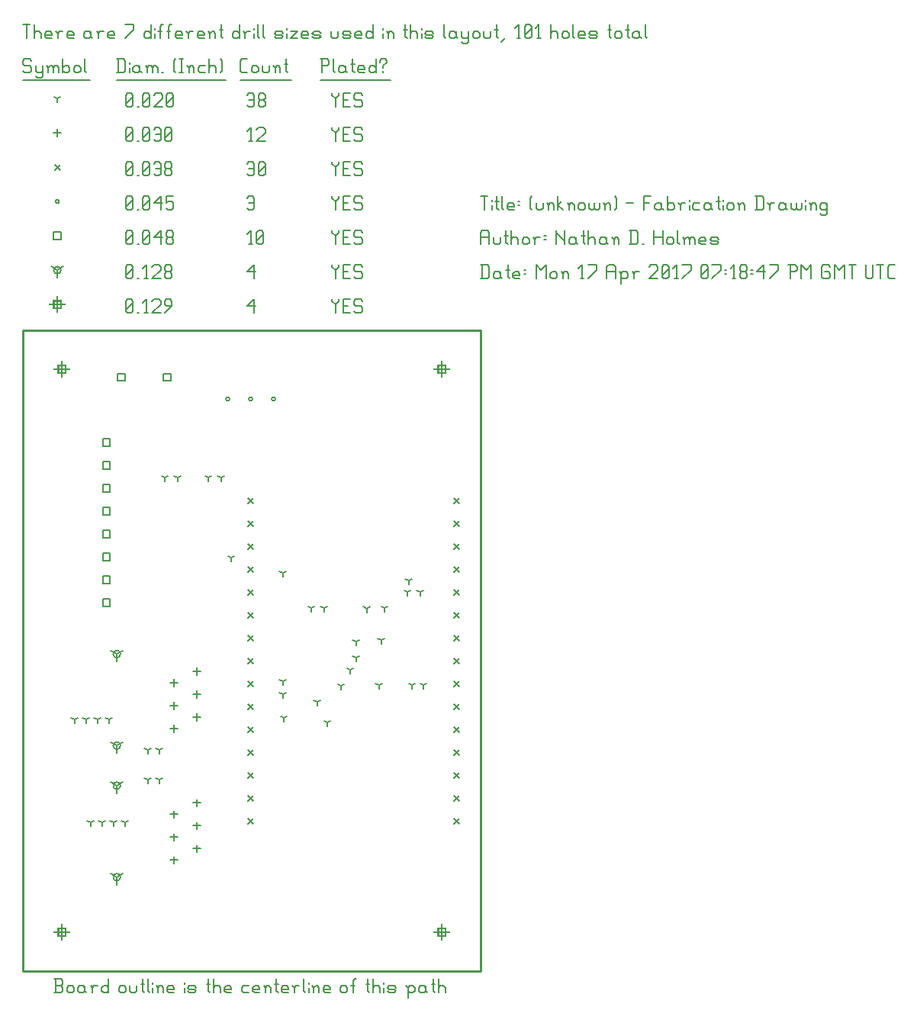
<source format=gbr>
G04 start of page 12 for group -3984 idx -3984 *
G04 Title: (unknown), fab *
G04 Creator: pcb 20140316 *
G04 CreationDate: Mon 17 Apr 2017 07:18:47 PM GMT UTC *
G04 For: ndholmes *
G04 Format: Gerber/RS-274X *
G04 PCB-Dimensions (mil): 2000.00 2800.00 *
G04 PCB-Coordinate-Origin: lower left *
%MOIN*%
%FSLAX25Y25*%
%LNFAB*%
%ADD93C,0.0100*%
%ADD92C,0.0060*%
%ADD91R,0.0080X0.0080*%
G54D91*X17000Y266200D02*Y259800D01*
X13800Y263000D02*X20200D01*
X15400Y264600D02*X18600D01*
X15400D02*Y261400D01*
X18600D01*
Y264600D02*Y261400D01*
X17000Y20200D02*Y13800D01*
X13800Y17000D02*X20200D01*
X15400Y18600D02*X18600D01*
X15400D02*Y15400D01*
X18600D01*
Y18600D02*Y15400D01*
X183000Y266200D02*Y259800D01*
X179800Y263000D02*X186200D01*
X181400Y264600D02*X184600D01*
X181400D02*Y261400D01*
X184600D01*
Y264600D02*Y261400D01*
X183000Y20200D02*Y13800D01*
X179800Y17000D02*X186200D01*
X181400Y18600D02*X184600D01*
X181400D02*Y15400D01*
X184600D01*
Y18600D02*Y15400D01*
X15000Y294450D02*Y288050D01*
X11800Y291250D02*X18200D01*
X13400Y292850D02*X16600D01*
X13400D02*Y289650D01*
X16600D01*
Y292850D02*Y289650D01*
G54D92*X135000Y293500D02*Y292750D01*
X136500Y291250D01*
X138000Y292750D01*
Y293500D02*Y292750D01*
X136500Y291250D02*Y287500D01*
X139800Y290500D02*X142050D01*
X139800Y287500D02*X142800D01*
X139800Y293500D02*Y287500D01*
Y293500D02*X142800D01*
X147600D02*X148350Y292750D01*
X145350Y293500D02*X147600D01*
X144600Y292750D02*X145350Y293500D01*
X144600Y292750D02*Y291250D01*
X145350Y290500D01*
X147600D01*
X148350Y289750D01*
Y288250D01*
X147600Y287500D02*X148350Y288250D01*
X145350Y287500D02*X147600D01*
X144600Y288250D02*X145350Y287500D01*
X98000Y290500D02*X101000Y293500D01*
X98000Y290500D02*X101750D01*
X101000Y293500D02*Y287500D01*
X45000Y288250D02*X45750Y287500D01*
X45000Y292750D02*Y288250D01*
Y292750D02*X45750Y293500D01*
X47250D01*
X48000Y292750D01*
Y288250D01*
X47250Y287500D02*X48000Y288250D01*
X45750Y287500D02*X47250D01*
X45000Y289000D02*X48000Y292000D01*
X49800Y287500D02*X50550D01*
X53100D02*X54600D01*
X53850Y293500D02*Y287500D01*
X52350Y292000D02*X53850Y293500D01*
X56400Y292750D02*X57150Y293500D01*
X59400D01*
X60150Y292750D01*
Y291250D01*
X56400Y287500D02*X60150Y291250D01*
X56400Y287500D02*X60150D01*
X61950D02*X64950Y290500D01*
Y292750D02*Y290500D01*
X64200Y293500D02*X64950Y292750D01*
X62700Y293500D02*X64200D01*
X61950Y292750D02*X62700Y293500D01*
X61950Y292750D02*Y291250D01*
X62700Y290500D01*
X64950D01*
X41000Y138500D02*Y135300D01*
Y138500D02*X43773Y140100D01*
X41000Y138500D02*X38227Y140100D01*
X39400Y138500D02*G75*G03X42600Y138500I1600J0D01*G01*
G75*G03X39400Y138500I-1600J0D01*G01*
X41000Y98500D02*Y95300D01*
Y98500D02*X43773Y100100D01*
X41000Y98500D02*X38227Y100100D01*
X39400Y98500D02*G75*G03X42600Y98500I1600J0D01*G01*
G75*G03X39400Y98500I-1600J0D01*G01*
X41000Y81000D02*Y77800D01*
Y81000D02*X43773Y82600D01*
X41000Y81000D02*X38227Y82600D01*
X39400Y81000D02*G75*G03X42600Y81000I1600J0D01*G01*
G75*G03X39400Y81000I-1600J0D01*G01*
X41000Y41000D02*Y37800D01*
Y41000D02*X43773Y42600D01*
X41000Y41000D02*X38227Y42600D01*
X39400Y41000D02*G75*G03X42600Y41000I1600J0D01*G01*
G75*G03X39400Y41000I-1600J0D01*G01*
X15000Y306250D02*Y303050D01*
Y306250D02*X17773Y307850D01*
X15000Y306250D02*X12227Y307850D01*
X13400Y306250D02*G75*G03X16600Y306250I1600J0D01*G01*
G75*G03X13400Y306250I-1600J0D01*G01*
X135000Y308500D02*Y307750D01*
X136500Y306250D01*
X138000Y307750D01*
Y308500D02*Y307750D01*
X136500Y306250D02*Y302500D01*
X139800Y305500D02*X142050D01*
X139800Y302500D02*X142800D01*
X139800Y308500D02*Y302500D01*
Y308500D02*X142800D01*
X147600D02*X148350Y307750D01*
X145350Y308500D02*X147600D01*
X144600Y307750D02*X145350Y308500D01*
X144600Y307750D02*Y306250D01*
X145350Y305500D01*
X147600D01*
X148350Y304750D01*
Y303250D01*
X147600Y302500D02*X148350Y303250D01*
X145350Y302500D02*X147600D01*
X144600Y303250D02*X145350Y302500D01*
X98000Y305500D02*X101000Y308500D01*
X98000Y305500D02*X101750D01*
X101000Y308500D02*Y302500D01*
X45000Y303250D02*X45750Y302500D01*
X45000Y307750D02*Y303250D01*
Y307750D02*X45750Y308500D01*
X47250D01*
X48000Y307750D01*
Y303250D01*
X47250Y302500D02*X48000Y303250D01*
X45750Y302500D02*X47250D01*
X45000Y304000D02*X48000Y307000D01*
X49800Y302500D02*X50550D01*
X53100D02*X54600D01*
X53850Y308500D02*Y302500D01*
X52350Y307000D02*X53850Y308500D01*
X56400Y307750D02*X57150Y308500D01*
X59400D01*
X60150Y307750D01*
Y306250D01*
X56400Y302500D02*X60150Y306250D01*
X56400Y302500D02*X60150D01*
X61950Y303250D02*X62700Y302500D01*
X61950Y304750D02*Y303250D01*
Y304750D02*X62700Y305500D01*
X64200D01*
X64950Y304750D01*
Y303250D01*
X64200Y302500D02*X64950Y303250D01*
X62700Y302500D02*X64200D01*
X61950Y306250D02*X62700Y305500D01*
X61950Y307750D02*Y306250D01*
Y307750D02*X62700Y308500D01*
X64200D01*
X64950Y307750D01*
Y306250D01*
X64200Y305500D02*X64950Y306250D01*
X61400Y261100D02*X64600D01*
X61400D02*Y257900D01*
X64600D01*
Y261100D02*Y257900D01*
X41400Y261100D02*X44600D01*
X41400D02*Y257900D01*
X44600D01*
Y261100D02*Y257900D01*
X34900Y232600D02*X38100D01*
X34900D02*Y229400D01*
X38100D01*
Y232600D02*Y229400D01*
X34900Y222600D02*X38100D01*
X34900D02*Y219400D01*
X38100D01*
Y222600D02*Y219400D01*
X34900Y212600D02*X38100D01*
X34900D02*Y209400D01*
X38100D01*
Y212600D02*Y209400D01*
X34900Y202600D02*X38100D01*
X34900D02*Y199400D01*
X38100D01*
Y202600D02*Y199400D01*
X34900Y192600D02*X38100D01*
X34900D02*Y189400D01*
X38100D01*
Y192600D02*Y189400D01*
X34900Y182600D02*X38100D01*
X34900D02*Y179400D01*
X38100D01*
Y182600D02*Y179400D01*
X34900Y172600D02*X38100D01*
X34900D02*Y169400D01*
X38100D01*
Y172600D02*Y169400D01*
X34900Y162600D02*X38100D01*
X34900D02*Y159400D01*
X38100D01*
Y162600D02*Y159400D01*
X13400Y322850D02*X16600D01*
X13400D02*Y319650D01*
X16600D01*
Y322850D02*Y319650D01*
X135000Y323500D02*Y322750D01*
X136500Y321250D01*
X138000Y322750D01*
Y323500D02*Y322750D01*
X136500Y321250D02*Y317500D01*
X139800Y320500D02*X142050D01*
X139800Y317500D02*X142800D01*
X139800Y323500D02*Y317500D01*
Y323500D02*X142800D01*
X147600D02*X148350Y322750D01*
X145350Y323500D02*X147600D01*
X144600Y322750D02*X145350Y323500D01*
X144600Y322750D02*Y321250D01*
X145350Y320500D01*
X147600D01*
X148350Y319750D01*
Y318250D01*
X147600Y317500D02*X148350Y318250D01*
X145350Y317500D02*X147600D01*
X144600Y318250D02*X145350Y317500D01*
X98750D02*X100250D01*
X99500Y323500D02*Y317500D01*
X98000Y322000D02*X99500Y323500D01*
X102050Y318250D02*X102800Y317500D01*
X102050Y322750D02*Y318250D01*
Y322750D02*X102800Y323500D01*
X104300D01*
X105050Y322750D01*
Y318250D01*
X104300Y317500D02*X105050Y318250D01*
X102800Y317500D02*X104300D01*
X102050Y319000D02*X105050Y322000D01*
X45000Y318250D02*X45750Y317500D01*
X45000Y322750D02*Y318250D01*
Y322750D02*X45750Y323500D01*
X47250D01*
X48000Y322750D01*
Y318250D01*
X47250Y317500D02*X48000Y318250D01*
X45750Y317500D02*X47250D01*
X45000Y319000D02*X48000Y322000D01*
X49800Y317500D02*X50550D01*
X52350Y318250D02*X53100Y317500D01*
X52350Y322750D02*Y318250D01*
Y322750D02*X53100Y323500D01*
X54600D01*
X55350Y322750D01*
Y318250D01*
X54600Y317500D02*X55350Y318250D01*
X53100Y317500D02*X54600D01*
X52350Y319000D02*X55350Y322000D01*
X57150Y320500D02*X60150Y323500D01*
X57150Y320500D02*X60900D01*
X60150Y323500D02*Y317500D01*
X62700Y318250D02*X63450Y317500D01*
X62700Y319750D02*Y318250D01*
Y319750D02*X63450Y320500D01*
X64950D01*
X65700Y319750D01*
Y318250D01*
X64950Y317500D02*X65700Y318250D01*
X63450Y317500D02*X64950D01*
X62700Y321250D02*X63450Y320500D01*
X62700Y322750D02*Y321250D01*
Y322750D02*X63450Y323500D01*
X64950D01*
X65700Y322750D01*
Y321250D01*
X64950Y320500D02*X65700Y321250D01*
X108700Y250000D02*G75*G03X110300Y250000I800J0D01*G01*
G75*G03X108700Y250000I-800J0D01*G01*
X98700D02*G75*G03X100300Y250000I800J0D01*G01*
G75*G03X98700Y250000I-800J0D01*G01*
X88700D02*G75*G03X90300Y250000I800J0D01*G01*
G75*G03X88700Y250000I-800J0D01*G01*
X14200Y336250D02*G75*G03X15800Y336250I800J0D01*G01*
G75*G03X14200Y336250I-800J0D01*G01*
X135000Y338500D02*Y337750D01*
X136500Y336250D01*
X138000Y337750D01*
Y338500D02*Y337750D01*
X136500Y336250D02*Y332500D01*
X139800Y335500D02*X142050D01*
X139800Y332500D02*X142800D01*
X139800Y338500D02*Y332500D01*
Y338500D02*X142800D01*
X147600D02*X148350Y337750D01*
X145350Y338500D02*X147600D01*
X144600Y337750D02*X145350Y338500D01*
X144600Y337750D02*Y336250D01*
X145350Y335500D01*
X147600D01*
X148350Y334750D01*
Y333250D01*
X147600Y332500D02*X148350Y333250D01*
X145350Y332500D02*X147600D01*
X144600Y333250D02*X145350Y332500D01*
X98000Y337750D02*X98750Y338500D01*
X100250D01*
X101000Y337750D01*
Y333250D01*
X100250Y332500D02*X101000Y333250D01*
X98750Y332500D02*X100250D01*
X98000Y333250D02*X98750Y332500D01*
Y335500D02*X101000D01*
X45000Y333250D02*X45750Y332500D01*
X45000Y337750D02*Y333250D01*
Y337750D02*X45750Y338500D01*
X47250D01*
X48000Y337750D01*
Y333250D01*
X47250Y332500D02*X48000Y333250D01*
X45750Y332500D02*X47250D01*
X45000Y334000D02*X48000Y337000D01*
X49800Y332500D02*X50550D01*
X52350Y333250D02*X53100Y332500D01*
X52350Y337750D02*Y333250D01*
Y337750D02*X53100Y338500D01*
X54600D01*
X55350Y337750D01*
Y333250D01*
X54600Y332500D02*X55350Y333250D01*
X53100Y332500D02*X54600D01*
X52350Y334000D02*X55350Y337000D01*
X57150Y335500D02*X60150Y338500D01*
X57150Y335500D02*X60900D01*
X60150Y338500D02*Y332500D01*
X62700Y338500D02*X65700D01*
X62700D02*Y335500D01*
X63450Y336250D01*
X64950D01*
X65700Y335500D01*
Y333250D01*
X64950Y332500D02*X65700Y333250D01*
X63450Y332500D02*X64950D01*
X62700Y333250D02*X63450Y332500D01*
X98300Y206700D02*X100700Y204300D01*
X98300D02*X100700Y206700D01*
X98300Y196700D02*X100700Y194300D01*
X98300D02*X100700Y196700D01*
X98300Y186700D02*X100700Y184300D01*
X98300D02*X100700Y186700D01*
X98300Y176700D02*X100700Y174300D01*
X98300D02*X100700Y176700D01*
X98300Y166700D02*X100700Y164300D01*
X98300D02*X100700Y166700D01*
X98300Y156700D02*X100700Y154300D01*
X98300D02*X100700Y156700D01*
X98300Y146700D02*X100700Y144300D01*
X98300D02*X100700Y146700D01*
X98300Y136700D02*X100700Y134300D01*
X98300D02*X100700Y136700D01*
X98300Y126700D02*X100700Y124300D01*
X98300D02*X100700Y126700D01*
X98300Y116700D02*X100700Y114300D01*
X98300D02*X100700Y116700D01*
X98300Y106700D02*X100700Y104300D01*
X98300D02*X100700Y106700D01*
X98300Y96700D02*X100700Y94300D01*
X98300D02*X100700Y96700D01*
X98300Y86700D02*X100700Y84300D01*
X98300D02*X100700Y86700D01*
X98300Y76700D02*X100700Y74300D01*
X98300D02*X100700Y76700D01*
X98300Y66700D02*X100700Y64300D01*
X98300D02*X100700Y66700D01*
X188300Y206700D02*X190700Y204300D01*
X188300D02*X190700Y206700D01*
X188300Y196700D02*X190700Y194300D01*
X188300D02*X190700Y196700D01*
X188300Y186700D02*X190700Y184300D01*
X188300D02*X190700Y186700D01*
X188300Y176700D02*X190700Y174300D01*
X188300D02*X190700Y176700D01*
X188300Y166700D02*X190700Y164300D01*
X188300D02*X190700Y166700D01*
X188300Y156700D02*X190700Y154300D01*
X188300D02*X190700Y156700D01*
X188300Y146700D02*X190700Y144300D01*
X188300D02*X190700Y146700D01*
X188300Y136700D02*X190700Y134300D01*
X188300D02*X190700Y136700D01*
X188300Y126700D02*X190700Y124300D01*
X188300D02*X190700Y126700D01*
X188300Y116700D02*X190700Y114300D01*
X188300D02*X190700Y116700D01*
X188300Y106700D02*X190700Y104300D01*
X188300D02*X190700Y106700D01*
X188300Y96700D02*X190700Y94300D01*
X188300D02*X190700Y96700D01*
X188300Y86700D02*X190700Y84300D01*
X188300D02*X190700Y86700D01*
X188300Y76700D02*X190700Y74300D01*
X188300D02*X190700Y76700D01*
X188300Y66700D02*X190700Y64300D01*
X188300D02*X190700Y66700D01*
X13800Y352450D02*X16200Y350050D01*
X13800D02*X16200Y352450D01*
X135000Y353500D02*Y352750D01*
X136500Y351250D01*
X138000Y352750D01*
Y353500D02*Y352750D01*
X136500Y351250D02*Y347500D01*
X139800Y350500D02*X142050D01*
X139800Y347500D02*X142800D01*
X139800Y353500D02*Y347500D01*
Y353500D02*X142800D01*
X147600D02*X148350Y352750D01*
X145350Y353500D02*X147600D01*
X144600Y352750D02*X145350Y353500D01*
X144600Y352750D02*Y351250D01*
X145350Y350500D01*
X147600D01*
X148350Y349750D01*
Y348250D01*
X147600Y347500D02*X148350Y348250D01*
X145350Y347500D02*X147600D01*
X144600Y348250D02*X145350Y347500D01*
X98000Y352750D02*X98750Y353500D01*
X100250D01*
X101000Y352750D01*
Y348250D01*
X100250Y347500D02*X101000Y348250D01*
X98750Y347500D02*X100250D01*
X98000Y348250D02*X98750Y347500D01*
Y350500D02*X101000D01*
X102800Y348250D02*X103550Y347500D01*
X102800Y352750D02*Y348250D01*
Y352750D02*X103550Y353500D01*
X105050D01*
X105800Y352750D01*
Y348250D01*
X105050Y347500D02*X105800Y348250D01*
X103550Y347500D02*X105050D01*
X102800Y349000D02*X105800Y352000D01*
X45000Y348250D02*X45750Y347500D01*
X45000Y352750D02*Y348250D01*
Y352750D02*X45750Y353500D01*
X47250D01*
X48000Y352750D01*
Y348250D01*
X47250Y347500D02*X48000Y348250D01*
X45750Y347500D02*X47250D01*
X45000Y349000D02*X48000Y352000D01*
X49800Y347500D02*X50550D01*
X52350Y348250D02*X53100Y347500D01*
X52350Y352750D02*Y348250D01*
Y352750D02*X53100Y353500D01*
X54600D01*
X55350Y352750D01*
Y348250D01*
X54600Y347500D02*X55350Y348250D01*
X53100Y347500D02*X54600D01*
X52350Y349000D02*X55350Y352000D01*
X57150Y352750D02*X57900Y353500D01*
X59400D01*
X60150Y352750D01*
Y348250D01*
X59400Y347500D02*X60150Y348250D01*
X57900Y347500D02*X59400D01*
X57150Y348250D02*X57900Y347500D01*
Y350500D02*X60150D01*
X61950Y348250D02*X62700Y347500D01*
X61950Y349750D02*Y348250D01*
Y349750D02*X62700Y350500D01*
X64200D01*
X64950Y349750D01*
Y348250D01*
X64200Y347500D02*X64950Y348250D01*
X62700Y347500D02*X64200D01*
X61950Y351250D02*X62700Y350500D01*
X61950Y352750D02*Y351250D01*
Y352750D02*X62700Y353500D01*
X64200D01*
X64950Y352750D01*
Y351250D01*
X64200Y350500D02*X64950Y351250D01*
X76000Y132600D02*Y129400D01*
X74400Y131000D02*X77600D01*
X66000Y127600D02*Y124400D01*
X64400Y126000D02*X67600D01*
X76000Y122600D02*Y119400D01*
X74400Y121000D02*X77600D01*
X66000Y117600D02*Y114400D01*
X64400Y116000D02*X67600D01*
X76000Y112600D02*Y109400D01*
X74400Y111000D02*X77600D01*
X66000Y107600D02*Y104400D01*
X64400Y106000D02*X67600D01*
X76000Y75100D02*Y71900D01*
X74400Y73500D02*X77600D01*
X66000Y70100D02*Y66900D01*
X64400Y68500D02*X67600D01*
X76000Y65100D02*Y61900D01*
X74400Y63500D02*X77600D01*
X66000Y60100D02*Y56900D01*
X64400Y58500D02*X67600D01*
X76000Y55100D02*Y51900D01*
X74400Y53500D02*X77600D01*
X66000Y50100D02*Y46900D01*
X64400Y48500D02*X67600D01*
X15000Y367850D02*Y364650D01*
X13400Y366250D02*X16600D01*
X135000Y368500D02*Y367750D01*
X136500Y366250D01*
X138000Y367750D01*
Y368500D02*Y367750D01*
X136500Y366250D02*Y362500D01*
X139800Y365500D02*X142050D01*
X139800Y362500D02*X142800D01*
X139800Y368500D02*Y362500D01*
Y368500D02*X142800D01*
X147600D02*X148350Y367750D01*
X145350Y368500D02*X147600D01*
X144600Y367750D02*X145350Y368500D01*
X144600Y367750D02*Y366250D01*
X145350Y365500D01*
X147600D01*
X148350Y364750D01*
Y363250D01*
X147600Y362500D02*X148350Y363250D01*
X145350Y362500D02*X147600D01*
X144600Y363250D02*X145350Y362500D01*
X98750D02*X100250D01*
X99500Y368500D02*Y362500D01*
X98000Y367000D02*X99500Y368500D01*
X102050Y367750D02*X102800Y368500D01*
X105050D01*
X105800Y367750D01*
Y366250D01*
X102050Y362500D02*X105800Y366250D01*
X102050Y362500D02*X105800D01*
X45000Y363250D02*X45750Y362500D01*
X45000Y367750D02*Y363250D01*
Y367750D02*X45750Y368500D01*
X47250D01*
X48000Y367750D01*
Y363250D01*
X47250Y362500D02*X48000Y363250D01*
X45750Y362500D02*X47250D01*
X45000Y364000D02*X48000Y367000D01*
X49800Y362500D02*X50550D01*
X52350Y363250D02*X53100Y362500D01*
X52350Y367750D02*Y363250D01*
Y367750D02*X53100Y368500D01*
X54600D01*
X55350Y367750D01*
Y363250D01*
X54600Y362500D02*X55350Y363250D01*
X53100Y362500D02*X54600D01*
X52350Y364000D02*X55350Y367000D01*
X57150Y367750D02*X57900Y368500D01*
X59400D01*
X60150Y367750D01*
Y363250D01*
X59400Y362500D02*X60150Y363250D01*
X57900Y362500D02*X59400D01*
X57150Y363250D02*X57900Y362500D01*
Y365500D02*X60150D01*
X61950Y363250D02*X62700Y362500D01*
X61950Y367750D02*Y363250D01*
Y367750D02*X62700Y368500D01*
X64200D01*
X64950Y367750D01*
Y363250D01*
X64200Y362500D02*X64950Y363250D01*
X62700Y362500D02*X64200D01*
X61950Y364000D02*X64950Y367000D01*
X168000Y165500D02*Y163900D01*
Y165500D02*X169387Y166300D01*
X168000Y165500D02*X166613Y166300D01*
X145500Y144000D02*Y142400D01*
Y144000D02*X146887Y144800D01*
X145500Y144000D02*X144113Y144800D01*
X145500Y137000D02*Y135400D01*
Y137000D02*X146887Y137800D01*
X145500Y137000D02*X144113Y137800D01*
X139000Y124500D02*Y122900D01*
Y124500D02*X140387Y125300D01*
X139000Y124500D02*X137613Y125300D01*
X155500Y125000D02*Y123400D01*
Y125000D02*X156887Y125800D01*
X155500Y125000D02*X154113Y125800D01*
X143000Y131500D02*Y129900D01*
Y131500D02*X144387Y132300D01*
X143000Y131500D02*X141613Y132300D01*
X156500Y144500D02*Y142900D01*
Y144500D02*X157887Y145300D01*
X156500Y144500D02*X155113Y145300D01*
X175000Y125000D02*Y123400D01*
Y125000D02*X176387Y125800D01*
X175000Y125000D02*X173613Y125800D01*
X170000Y125000D02*Y123400D01*
Y125000D02*X171387Y125800D01*
X170000Y125000D02*X168613Y125800D01*
X131500Y158500D02*Y156900D01*
Y158500D02*X132887Y159300D01*
X131500Y158500D02*X130113Y159300D01*
X126000Y158500D02*Y156900D01*
Y158500D02*X127387Y159300D01*
X126000Y158500D02*X124613Y159300D01*
X158000Y158500D02*Y156900D01*
Y158500D02*X159387Y159300D01*
X158000Y158500D02*X156613Y159300D01*
X150161Y158339D02*Y156739D01*
Y158339D02*X151548Y159139D01*
X150161Y158339D02*X148774Y159139D01*
X113500Y126500D02*Y124900D01*
Y126500D02*X114887Y127300D01*
X113500Y126500D02*X112113Y127300D01*
X113500Y121000D02*Y119400D01*
Y121000D02*X114887Y121800D01*
X113500Y121000D02*X112113Y121800D01*
X128500Y117500D02*Y115900D01*
Y117500D02*X129887Y118300D01*
X128500Y117500D02*X127113Y118300D01*
X114000Y110500D02*Y108900D01*
Y110500D02*X115387Y111300D01*
X114000Y110500D02*X112613Y111300D01*
X133000Y108500D02*Y106900D01*
Y108500D02*X134387Y109300D01*
X133000Y108500D02*X131613Y109300D01*
X29500Y65000D02*Y63400D01*
Y65000D02*X30887Y65800D01*
X29500Y65000D02*X28113Y65800D01*
X34500Y65000D02*Y63400D01*
Y65000D02*X35887Y65800D01*
X34500Y65000D02*X33113Y65800D01*
X39500Y65000D02*Y63400D01*
Y65000D02*X40887Y65800D01*
X39500Y65000D02*X38113Y65800D01*
X44500Y65000D02*Y63400D01*
Y65000D02*X45887Y65800D01*
X44500Y65000D02*X43113Y65800D01*
X22500Y110000D02*Y108400D01*
Y110000D02*X23887Y110800D01*
X22500Y110000D02*X21113Y110800D01*
X27500Y110000D02*Y108400D01*
Y110000D02*X28887Y110800D01*
X27500Y110000D02*X26113Y110800D01*
X32500Y110000D02*Y108400D01*
Y110000D02*X33887Y110800D01*
X32500Y110000D02*X31113Y110800D01*
X37500Y110000D02*Y108400D01*
Y110000D02*X38887Y110800D01*
X37500Y110000D02*X36113Y110800D01*
X54500Y96500D02*Y94900D01*
Y96500D02*X55887Y97300D01*
X54500Y96500D02*X53113Y97300D01*
X59500Y96500D02*Y94900D01*
Y96500D02*X60887Y97300D01*
X59500Y96500D02*X58113Y97300D01*
X54500Y83500D02*Y81900D01*
Y83500D02*X55887Y84300D01*
X54500Y83500D02*X53113Y84300D01*
X59500Y83500D02*Y81900D01*
Y83500D02*X60887Y84300D01*
X59500Y83500D02*X58113Y84300D01*
X168500Y170500D02*Y168900D01*
Y170500D02*X169887Y171300D01*
X168500Y170500D02*X167113Y171300D01*
X113500Y174000D02*Y172400D01*
Y174000D02*X114887Y174800D01*
X113500Y174000D02*X112113Y174800D01*
X91000Y180500D02*Y178900D01*
Y180500D02*X92387Y181300D01*
X91000Y180500D02*X89613Y181300D01*
X173500Y165500D02*Y163900D01*
Y165500D02*X174887Y166300D01*
X173500Y165500D02*X172113Y166300D01*
X67500Y215500D02*Y213900D01*
Y215500D02*X68887Y216300D01*
X67500Y215500D02*X66113Y216300D01*
X62000Y215500D02*Y213900D01*
Y215500D02*X63387Y216300D01*
X62000Y215500D02*X60613Y216300D01*
X86500Y215500D02*Y213900D01*
Y215500D02*X87887Y216300D01*
X86500Y215500D02*X85113Y216300D01*
X81000Y215500D02*Y213900D01*
Y215500D02*X82387Y216300D01*
X81000Y215500D02*X79613Y216300D01*
X15000Y381250D02*Y379650D01*
Y381250D02*X16387Y382050D01*
X15000Y381250D02*X13613Y382050D01*
X135000Y383500D02*Y382750D01*
X136500Y381250D01*
X138000Y382750D01*
Y383500D02*Y382750D01*
X136500Y381250D02*Y377500D01*
X139800Y380500D02*X142050D01*
X139800Y377500D02*X142800D01*
X139800Y383500D02*Y377500D01*
Y383500D02*X142800D01*
X147600D02*X148350Y382750D01*
X145350Y383500D02*X147600D01*
X144600Y382750D02*X145350Y383500D01*
X144600Y382750D02*Y381250D01*
X145350Y380500D01*
X147600D01*
X148350Y379750D01*
Y378250D01*
X147600Y377500D02*X148350Y378250D01*
X145350Y377500D02*X147600D01*
X144600Y378250D02*X145350Y377500D01*
X98000Y382750D02*X98750Y383500D01*
X100250D01*
X101000Y382750D01*
Y378250D01*
X100250Y377500D02*X101000Y378250D01*
X98750Y377500D02*X100250D01*
X98000Y378250D02*X98750Y377500D01*
Y380500D02*X101000D01*
X102800Y378250D02*X103550Y377500D01*
X102800Y379750D02*Y378250D01*
Y379750D02*X103550Y380500D01*
X105050D01*
X105800Y379750D01*
Y378250D01*
X105050Y377500D02*X105800Y378250D01*
X103550Y377500D02*X105050D01*
X102800Y381250D02*X103550Y380500D01*
X102800Y382750D02*Y381250D01*
Y382750D02*X103550Y383500D01*
X105050D01*
X105800Y382750D01*
Y381250D01*
X105050Y380500D02*X105800Y381250D01*
X45000Y378250D02*X45750Y377500D01*
X45000Y382750D02*Y378250D01*
Y382750D02*X45750Y383500D01*
X47250D01*
X48000Y382750D01*
Y378250D01*
X47250Y377500D02*X48000Y378250D01*
X45750Y377500D02*X47250D01*
X45000Y379000D02*X48000Y382000D01*
X49800Y377500D02*X50550D01*
X52350Y378250D02*X53100Y377500D01*
X52350Y382750D02*Y378250D01*
Y382750D02*X53100Y383500D01*
X54600D01*
X55350Y382750D01*
Y378250D01*
X54600Y377500D02*X55350Y378250D01*
X53100Y377500D02*X54600D01*
X52350Y379000D02*X55350Y382000D01*
X57150Y382750D02*X57900Y383500D01*
X60150D01*
X60900Y382750D01*
Y381250D01*
X57150Y377500D02*X60900Y381250D01*
X57150Y377500D02*X60900D01*
X62700Y378250D02*X63450Y377500D01*
X62700Y382750D02*Y378250D01*
Y382750D02*X63450Y383500D01*
X64950D01*
X65700Y382750D01*
Y378250D01*
X64950Y377500D02*X65700Y378250D01*
X63450Y377500D02*X64950D01*
X62700Y379000D02*X65700Y382000D01*
X3000Y398500D02*X3750Y397750D01*
X750Y398500D02*X3000D01*
X0Y397750D02*X750Y398500D01*
X0Y397750D02*Y396250D01*
X750Y395500D01*
X3000D01*
X3750Y394750D01*
Y393250D01*
X3000Y392500D02*X3750Y393250D01*
X750Y392500D02*X3000D01*
X0Y393250D02*X750Y392500D01*
X5550Y395500D02*Y393250D01*
X6300Y392500D01*
X8550Y395500D02*Y391000D01*
X7800Y390250D02*X8550Y391000D01*
X6300Y390250D02*X7800D01*
X5550Y391000D02*X6300Y390250D01*
Y392500D02*X7800D01*
X8550Y393250D01*
X11100Y394750D02*Y392500D01*
Y394750D02*X11850Y395500D01*
X12600D01*
X13350Y394750D01*
Y392500D01*
Y394750D02*X14100Y395500D01*
X14850D01*
X15600Y394750D01*
Y392500D01*
X10350Y395500D02*X11100Y394750D01*
X17400Y398500D02*Y392500D01*
Y393250D02*X18150Y392500D01*
X19650D01*
X20400Y393250D01*
Y394750D02*Y393250D01*
X19650Y395500D02*X20400Y394750D01*
X18150Y395500D02*X19650D01*
X17400Y394750D02*X18150Y395500D01*
X22200Y394750D02*Y393250D01*
Y394750D02*X22950Y395500D01*
X24450D01*
X25200Y394750D01*
Y393250D01*
X24450Y392500D02*X25200Y393250D01*
X22950Y392500D02*X24450D01*
X22200Y393250D02*X22950Y392500D01*
X27000Y398500D02*Y393250D01*
X27750Y392500D01*
X0Y389250D02*X29250D01*
X41750Y398500D02*Y392500D01*
X44000Y398500D02*X44750Y397750D01*
Y393250D01*
X44000Y392500D02*X44750Y393250D01*
X41000Y392500D02*X44000D01*
X41000Y398500D02*X44000D01*
X46550Y397000D02*Y396250D01*
Y394750D02*Y392500D01*
X50300Y395500D02*X51050Y394750D01*
X48800Y395500D02*X50300D01*
X48050Y394750D02*X48800Y395500D01*
X48050Y394750D02*Y393250D01*
X48800Y392500D01*
X51050Y395500D02*Y393250D01*
X51800Y392500D01*
X48800D02*X50300D01*
X51050Y393250D01*
X54350Y394750D02*Y392500D01*
Y394750D02*X55100Y395500D01*
X55850D01*
X56600Y394750D01*
Y392500D01*
Y394750D02*X57350Y395500D01*
X58100D01*
X58850Y394750D01*
Y392500D01*
X53600Y395500D02*X54350Y394750D01*
X60650Y392500D02*X61400D01*
X65900Y393250D02*X66650Y392500D01*
X65900Y397750D02*X66650Y398500D01*
X65900Y397750D02*Y393250D01*
X68450Y398500D02*X69950D01*
X69200D02*Y392500D01*
X68450D02*X69950D01*
X72500Y394750D02*Y392500D01*
Y394750D02*X73250Y395500D01*
X74000D01*
X74750Y394750D01*
Y392500D01*
X71750Y395500D02*X72500Y394750D01*
X77300Y395500D02*X79550D01*
X76550Y394750D02*X77300Y395500D01*
X76550Y394750D02*Y393250D01*
X77300Y392500D01*
X79550D01*
X81350Y398500D02*Y392500D01*
Y394750D02*X82100Y395500D01*
X83600D01*
X84350Y394750D01*
Y392500D01*
X86150Y398500D02*X86900Y397750D01*
Y393250D01*
X86150Y392500D02*X86900Y393250D01*
X41000Y389250D02*X88700D01*
X95750Y392500D02*X98000D01*
X95000Y393250D02*X95750Y392500D01*
X95000Y397750D02*Y393250D01*
Y397750D02*X95750Y398500D01*
X98000D01*
X99800Y394750D02*Y393250D01*
Y394750D02*X100550Y395500D01*
X102050D01*
X102800Y394750D01*
Y393250D01*
X102050Y392500D02*X102800Y393250D01*
X100550Y392500D02*X102050D01*
X99800Y393250D02*X100550Y392500D01*
X104600Y395500D02*Y393250D01*
X105350Y392500D01*
X106850D01*
X107600Y393250D01*
Y395500D02*Y393250D01*
X110150Y394750D02*Y392500D01*
Y394750D02*X110900Y395500D01*
X111650D01*
X112400Y394750D01*
Y392500D01*
X109400Y395500D02*X110150Y394750D01*
X114950Y398500D02*Y393250D01*
X115700Y392500D01*
X114200Y396250D02*X115700D01*
X95000Y389250D02*X117200D01*
X130750Y398500D02*Y392500D01*
X130000Y398500D02*X133000D01*
X133750Y397750D01*
Y396250D01*
X133000Y395500D02*X133750Y396250D01*
X130750Y395500D02*X133000D01*
X135550Y398500D02*Y393250D01*
X136300Y392500D01*
X140050Y395500D02*X140800Y394750D01*
X138550Y395500D02*X140050D01*
X137800Y394750D02*X138550Y395500D01*
X137800Y394750D02*Y393250D01*
X138550Y392500D01*
X140800Y395500D02*Y393250D01*
X141550Y392500D01*
X138550D02*X140050D01*
X140800Y393250D01*
X144100Y398500D02*Y393250D01*
X144850Y392500D01*
X143350Y396250D02*X144850D01*
X147100Y392500D02*X149350D01*
X146350Y393250D02*X147100Y392500D01*
X146350Y394750D02*Y393250D01*
Y394750D02*X147100Y395500D01*
X148600D01*
X149350Y394750D01*
X146350Y394000D02*X149350D01*
Y394750D02*Y394000D01*
X154150Y398500D02*Y392500D01*
X153400D02*X154150Y393250D01*
X151900Y392500D02*X153400D01*
X151150Y393250D02*X151900Y392500D01*
X151150Y394750D02*Y393250D01*
Y394750D02*X151900Y395500D01*
X153400D01*
X154150Y394750D01*
X157450Y395500D02*Y394750D01*
Y393250D02*Y392500D01*
X155950Y397750D02*Y397000D01*
Y397750D02*X156700Y398500D01*
X158200D01*
X158950Y397750D01*
Y397000D01*
X157450Y395500D02*X158950Y397000D01*
X130000Y389250D02*X160750D01*
X0Y413500D02*X3000D01*
X1500D02*Y407500D01*
X4800Y413500D02*Y407500D01*
Y409750D02*X5550Y410500D01*
X7050D01*
X7800Y409750D01*
Y407500D01*
X10350D02*X12600D01*
X9600Y408250D02*X10350Y407500D01*
X9600Y409750D02*Y408250D01*
Y409750D02*X10350Y410500D01*
X11850D01*
X12600Y409750D01*
X9600Y409000D02*X12600D01*
Y409750D02*Y409000D01*
X15150Y409750D02*Y407500D01*
Y409750D02*X15900Y410500D01*
X17400D01*
X14400D02*X15150Y409750D01*
X19950Y407500D02*X22200D01*
X19200Y408250D02*X19950Y407500D01*
X19200Y409750D02*Y408250D01*
Y409750D02*X19950Y410500D01*
X21450D01*
X22200Y409750D01*
X19200Y409000D02*X22200D01*
Y409750D02*Y409000D01*
X28950Y410500D02*X29700Y409750D01*
X27450Y410500D02*X28950D01*
X26700Y409750D02*X27450Y410500D01*
X26700Y409750D02*Y408250D01*
X27450Y407500D01*
X29700Y410500D02*Y408250D01*
X30450Y407500D01*
X27450D02*X28950D01*
X29700Y408250D01*
X33000Y409750D02*Y407500D01*
Y409750D02*X33750Y410500D01*
X35250D01*
X32250D02*X33000Y409750D01*
X37800Y407500D02*X40050D01*
X37050Y408250D02*X37800Y407500D01*
X37050Y409750D02*Y408250D01*
Y409750D02*X37800Y410500D01*
X39300D01*
X40050Y409750D01*
X37050Y409000D02*X40050D01*
Y409750D02*Y409000D01*
X44550Y407500D02*X48300Y411250D01*
Y413500D02*Y411250D01*
X44550Y413500D02*X48300D01*
X55800D02*Y407500D01*
X55050D02*X55800Y408250D01*
X53550Y407500D02*X55050D01*
X52800Y408250D02*X53550Y407500D01*
X52800Y409750D02*Y408250D01*
Y409750D02*X53550Y410500D01*
X55050D01*
X55800Y409750D01*
X57600Y412000D02*Y411250D01*
Y409750D02*Y407500D01*
X59850Y412750D02*Y407500D01*
Y412750D02*X60600Y413500D01*
X61350D01*
X59100Y410500D02*X60600D01*
X63600Y412750D02*Y407500D01*
Y412750D02*X64350Y413500D01*
X65100D01*
X62850Y410500D02*X64350D01*
X67350Y407500D02*X69600D01*
X66600Y408250D02*X67350Y407500D01*
X66600Y409750D02*Y408250D01*
Y409750D02*X67350Y410500D01*
X68850D01*
X69600Y409750D01*
X66600Y409000D02*X69600D01*
Y409750D02*Y409000D01*
X72150Y409750D02*Y407500D01*
Y409750D02*X72900Y410500D01*
X74400D01*
X71400D02*X72150Y409750D01*
X76950Y407500D02*X79200D01*
X76200Y408250D02*X76950Y407500D01*
X76200Y409750D02*Y408250D01*
Y409750D02*X76950Y410500D01*
X78450D01*
X79200Y409750D01*
X76200Y409000D02*X79200D01*
Y409750D02*Y409000D01*
X81750Y409750D02*Y407500D01*
Y409750D02*X82500Y410500D01*
X83250D01*
X84000Y409750D01*
Y407500D01*
X81000Y410500D02*X81750Y409750D01*
X86550Y413500D02*Y408250D01*
X87300Y407500D01*
X85800Y411250D02*X87300D01*
X94500Y413500D02*Y407500D01*
X93750D02*X94500Y408250D01*
X92250Y407500D02*X93750D01*
X91500Y408250D02*X92250Y407500D01*
X91500Y409750D02*Y408250D01*
Y409750D02*X92250Y410500D01*
X93750D01*
X94500Y409750D01*
X97050D02*Y407500D01*
Y409750D02*X97800Y410500D01*
X99300D01*
X96300D02*X97050Y409750D01*
X101100Y412000D02*Y411250D01*
Y409750D02*Y407500D01*
X102600Y413500D02*Y408250D01*
X103350Y407500D01*
X104850Y413500D02*Y408250D01*
X105600Y407500D01*
X110550D02*X112800D01*
X113550Y408250D01*
X112800Y409000D02*X113550Y408250D01*
X110550Y409000D02*X112800D01*
X109800Y409750D02*X110550Y409000D01*
X109800Y409750D02*X110550Y410500D01*
X112800D01*
X113550Y409750D01*
X109800Y408250D02*X110550Y407500D01*
X115350Y412000D02*Y411250D01*
Y409750D02*Y407500D01*
X116850Y410500D02*X119850D01*
X116850Y407500D02*X119850Y410500D01*
X116850Y407500D02*X119850D01*
X122400D02*X124650D01*
X121650Y408250D02*X122400Y407500D01*
X121650Y409750D02*Y408250D01*
Y409750D02*X122400Y410500D01*
X123900D01*
X124650Y409750D01*
X121650Y409000D02*X124650D01*
Y409750D02*Y409000D01*
X127200Y407500D02*X129450D01*
X130200Y408250D01*
X129450Y409000D02*X130200Y408250D01*
X127200Y409000D02*X129450D01*
X126450Y409750D02*X127200Y409000D01*
X126450Y409750D02*X127200Y410500D01*
X129450D01*
X130200Y409750D01*
X126450Y408250D02*X127200Y407500D01*
X134700Y410500D02*Y408250D01*
X135450Y407500D01*
X136950D01*
X137700Y408250D01*
Y410500D02*Y408250D01*
X140250Y407500D02*X142500D01*
X143250Y408250D01*
X142500Y409000D02*X143250Y408250D01*
X140250Y409000D02*X142500D01*
X139500Y409750D02*X140250Y409000D01*
X139500Y409750D02*X140250Y410500D01*
X142500D01*
X143250Y409750D01*
X139500Y408250D02*X140250Y407500D01*
X145800D02*X148050D01*
X145050Y408250D02*X145800Y407500D01*
X145050Y409750D02*Y408250D01*
Y409750D02*X145800Y410500D01*
X147300D01*
X148050Y409750D01*
X145050Y409000D02*X148050D01*
Y409750D02*Y409000D01*
X152850Y413500D02*Y407500D01*
X152100D02*X152850Y408250D01*
X150600Y407500D02*X152100D01*
X149850Y408250D02*X150600Y407500D01*
X149850Y409750D02*Y408250D01*
Y409750D02*X150600Y410500D01*
X152100D01*
X152850Y409750D01*
X157350Y412000D02*Y411250D01*
Y409750D02*Y407500D01*
X159600Y409750D02*Y407500D01*
Y409750D02*X160350Y410500D01*
X161100D01*
X161850Y409750D01*
Y407500D01*
X158850Y410500D02*X159600Y409750D01*
X167100Y413500D02*Y408250D01*
X167850Y407500D01*
X166350Y411250D02*X167850D01*
X169350Y413500D02*Y407500D01*
Y409750D02*X170100Y410500D01*
X171600D01*
X172350Y409750D01*
Y407500D01*
X174150Y412000D02*Y411250D01*
Y409750D02*Y407500D01*
X176400D02*X178650D01*
X179400Y408250D01*
X178650Y409000D02*X179400Y408250D01*
X176400Y409000D02*X178650D01*
X175650Y409750D02*X176400Y409000D01*
X175650Y409750D02*X176400Y410500D01*
X178650D01*
X179400Y409750D01*
X175650Y408250D02*X176400Y407500D01*
X183900Y413500D02*Y408250D01*
X184650Y407500D01*
X188400Y410500D02*X189150Y409750D01*
X186900Y410500D02*X188400D01*
X186150Y409750D02*X186900Y410500D01*
X186150Y409750D02*Y408250D01*
X186900Y407500D01*
X189150Y410500D02*Y408250D01*
X189900Y407500D01*
X186900D02*X188400D01*
X189150Y408250D01*
X191700Y410500D02*Y408250D01*
X192450Y407500D01*
X194700Y410500D02*Y406000D01*
X193950Y405250D02*X194700Y406000D01*
X192450Y405250D02*X193950D01*
X191700Y406000D02*X192450Y405250D01*
Y407500D02*X193950D01*
X194700Y408250D01*
X196500Y409750D02*Y408250D01*
Y409750D02*X197250Y410500D01*
X198750D01*
X199500Y409750D01*
Y408250D01*
X198750Y407500D02*X199500Y408250D01*
X197250Y407500D02*X198750D01*
X196500Y408250D02*X197250Y407500D01*
X201300Y410500D02*Y408250D01*
X202050Y407500D01*
X203550D01*
X204300Y408250D01*
Y410500D02*Y408250D01*
X206850Y413500D02*Y408250D01*
X207600Y407500D01*
X206100Y411250D02*X207600D01*
X209100Y406000D02*X210600Y407500D01*
X215850D02*X217350D01*
X216600Y413500D02*Y407500D01*
X215100Y412000D02*X216600Y413500D01*
X219150Y408250D02*X219900Y407500D01*
X219150Y412750D02*Y408250D01*
Y412750D02*X219900Y413500D01*
X221400D01*
X222150Y412750D01*
Y408250D01*
X221400Y407500D02*X222150Y408250D01*
X219900Y407500D02*X221400D01*
X219150Y409000D02*X222150Y412000D01*
X224700Y407500D02*X226200D01*
X225450Y413500D02*Y407500D01*
X223950Y412000D02*X225450Y413500D01*
X230700D02*Y407500D01*
Y409750D02*X231450Y410500D01*
X232950D01*
X233700Y409750D01*
Y407500D01*
X235500Y409750D02*Y408250D01*
Y409750D02*X236250Y410500D01*
X237750D01*
X238500Y409750D01*
Y408250D01*
X237750Y407500D02*X238500Y408250D01*
X236250Y407500D02*X237750D01*
X235500Y408250D02*X236250Y407500D01*
X240300Y413500D02*Y408250D01*
X241050Y407500D01*
X243300D02*X245550D01*
X242550Y408250D02*X243300Y407500D01*
X242550Y409750D02*Y408250D01*
Y409750D02*X243300Y410500D01*
X244800D01*
X245550Y409750D01*
X242550Y409000D02*X245550D01*
Y409750D02*Y409000D01*
X248100Y407500D02*X250350D01*
X251100Y408250D01*
X250350Y409000D02*X251100Y408250D01*
X248100Y409000D02*X250350D01*
X247350Y409750D02*X248100Y409000D01*
X247350Y409750D02*X248100Y410500D01*
X250350D01*
X251100Y409750D01*
X247350Y408250D02*X248100Y407500D01*
X256350Y413500D02*Y408250D01*
X257100Y407500D01*
X255600Y411250D02*X257100D01*
X258600Y409750D02*Y408250D01*
Y409750D02*X259350Y410500D01*
X260850D01*
X261600Y409750D01*
Y408250D01*
X260850Y407500D02*X261600Y408250D01*
X259350Y407500D02*X260850D01*
X258600Y408250D02*X259350Y407500D01*
X264150Y413500D02*Y408250D01*
X264900Y407500D01*
X263400Y411250D02*X264900D01*
X268650Y410500D02*X269400Y409750D01*
X267150Y410500D02*X268650D01*
X266400Y409750D02*X267150Y410500D01*
X266400Y409750D02*Y408250D01*
X267150Y407500D01*
X269400Y410500D02*Y408250D01*
X270150Y407500D01*
X267150D02*X268650D01*
X269400Y408250D01*
X271950Y413500D02*Y408250D01*
X272700Y407500D01*
G54D93*X0Y280000D02*X200000D01*
Y0D01*
X0D01*
Y280000D01*
G54D92*X13675Y-9500D02*X16675D01*
X17425Y-8750D01*
Y-7250D02*Y-8750D01*
X16675Y-6500D02*X17425Y-7250D01*
X14425Y-6500D02*X16675D01*
X14425Y-3500D02*Y-9500D01*
X13675Y-3500D02*X16675D01*
X17425Y-4250D01*
Y-5750D01*
X16675Y-6500D02*X17425Y-5750D01*
X19225Y-7250D02*Y-8750D01*
Y-7250D02*X19975Y-6500D01*
X21475D01*
X22225Y-7250D01*
Y-8750D01*
X21475Y-9500D02*X22225Y-8750D01*
X19975Y-9500D02*X21475D01*
X19225Y-8750D02*X19975Y-9500D01*
X26275Y-6500D02*X27025Y-7250D01*
X24775Y-6500D02*X26275D01*
X24025Y-7250D02*X24775Y-6500D01*
X24025Y-7250D02*Y-8750D01*
X24775Y-9500D01*
X27025Y-6500D02*Y-8750D01*
X27775Y-9500D01*
X24775D02*X26275D01*
X27025Y-8750D01*
X30325Y-7250D02*Y-9500D01*
Y-7250D02*X31075Y-6500D01*
X32575D01*
X29575D02*X30325Y-7250D01*
X37375Y-3500D02*Y-9500D01*
X36625D02*X37375Y-8750D01*
X35125Y-9500D02*X36625D01*
X34375Y-8750D02*X35125Y-9500D01*
X34375Y-7250D02*Y-8750D01*
Y-7250D02*X35125Y-6500D01*
X36625D01*
X37375Y-7250D01*
X41875D02*Y-8750D01*
Y-7250D02*X42625Y-6500D01*
X44125D01*
X44875Y-7250D01*
Y-8750D01*
X44125Y-9500D02*X44875Y-8750D01*
X42625Y-9500D02*X44125D01*
X41875Y-8750D02*X42625Y-9500D01*
X46675Y-6500D02*Y-8750D01*
X47425Y-9500D01*
X48925D01*
X49675Y-8750D01*
Y-6500D02*Y-8750D01*
X52225Y-3500D02*Y-8750D01*
X52975Y-9500D01*
X51475Y-5750D02*X52975D01*
X54475Y-3500D02*Y-8750D01*
X55225Y-9500D01*
X56725Y-5000D02*Y-5750D01*
Y-7250D02*Y-9500D01*
X58975Y-7250D02*Y-9500D01*
Y-7250D02*X59725Y-6500D01*
X60475D01*
X61225Y-7250D01*
Y-9500D01*
X58225Y-6500D02*X58975Y-7250D01*
X63775Y-9500D02*X66025D01*
X63025Y-8750D02*X63775Y-9500D01*
X63025Y-7250D02*Y-8750D01*
Y-7250D02*X63775Y-6500D01*
X65275D01*
X66025Y-7250D01*
X63025Y-8000D02*X66025D01*
Y-7250D02*Y-8000D01*
X70525Y-5000D02*Y-5750D01*
Y-7250D02*Y-9500D01*
X72775D02*X75025D01*
X75775Y-8750D01*
X75025Y-8000D02*X75775Y-8750D01*
X72775Y-8000D02*X75025D01*
X72025Y-7250D02*X72775Y-8000D01*
X72025Y-7250D02*X72775Y-6500D01*
X75025D01*
X75775Y-7250D01*
X72025Y-8750D02*X72775Y-9500D01*
X81025Y-3500D02*Y-8750D01*
X81775Y-9500D01*
X80275Y-5750D02*X81775D01*
X83275Y-3500D02*Y-9500D01*
Y-7250D02*X84025Y-6500D01*
X85525D01*
X86275Y-7250D01*
Y-9500D01*
X88825D02*X91075D01*
X88075Y-8750D02*X88825Y-9500D01*
X88075Y-7250D02*Y-8750D01*
Y-7250D02*X88825Y-6500D01*
X90325D01*
X91075Y-7250D01*
X88075Y-8000D02*X91075D01*
Y-7250D02*Y-8000D01*
X96325Y-6500D02*X98575D01*
X95575Y-7250D02*X96325Y-6500D01*
X95575Y-7250D02*Y-8750D01*
X96325Y-9500D01*
X98575D01*
X101125D02*X103375D01*
X100375Y-8750D02*X101125Y-9500D01*
X100375Y-7250D02*Y-8750D01*
Y-7250D02*X101125Y-6500D01*
X102625D01*
X103375Y-7250D01*
X100375Y-8000D02*X103375D01*
Y-7250D02*Y-8000D01*
X105925Y-7250D02*Y-9500D01*
Y-7250D02*X106675Y-6500D01*
X107425D01*
X108175Y-7250D01*
Y-9500D01*
X105175Y-6500D02*X105925Y-7250D01*
X110725Y-3500D02*Y-8750D01*
X111475Y-9500D01*
X109975Y-5750D02*X111475D01*
X113725Y-9500D02*X115975D01*
X112975Y-8750D02*X113725Y-9500D01*
X112975Y-7250D02*Y-8750D01*
Y-7250D02*X113725Y-6500D01*
X115225D01*
X115975Y-7250D01*
X112975Y-8000D02*X115975D01*
Y-7250D02*Y-8000D01*
X118525Y-7250D02*Y-9500D01*
Y-7250D02*X119275Y-6500D01*
X120775D01*
X117775D02*X118525Y-7250D01*
X122575Y-3500D02*Y-8750D01*
X123325Y-9500D01*
X124825Y-5000D02*Y-5750D01*
Y-7250D02*Y-9500D01*
X127075Y-7250D02*Y-9500D01*
Y-7250D02*X127825Y-6500D01*
X128575D01*
X129325Y-7250D01*
Y-9500D01*
X126325Y-6500D02*X127075Y-7250D01*
X131875Y-9500D02*X134125D01*
X131125Y-8750D02*X131875Y-9500D01*
X131125Y-7250D02*Y-8750D01*
Y-7250D02*X131875Y-6500D01*
X133375D01*
X134125Y-7250D01*
X131125Y-8000D02*X134125D01*
Y-7250D02*Y-8000D01*
X138625Y-7250D02*Y-8750D01*
Y-7250D02*X139375Y-6500D01*
X140875D01*
X141625Y-7250D01*
Y-8750D01*
X140875Y-9500D02*X141625Y-8750D01*
X139375Y-9500D02*X140875D01*
X138625Y-8750D02*X139375Y-9500D01*
X144175Y-4250D02*Y-9500D01*
Y-4250D02*X144925Y-3500D01*
X145675D01*
X143425Y-6500D02*X144925D01*
X150625Y-3500D02*Y-8750D01*
X151375Y-9500D01*
X149875Y-5750D02*X151375D01*
X152875Y-3500D02*Y-9500D01*
Y-7250D02*X153625Y-6500D01*
X155125D01*
X155875Y-7250D01*
Y-9500D01*
X157675Y-5000D02*Y-5750D01*
Y-7250D02*Y-9500D01*
X159925D02*X162175D01*
X162925Y-8750D01*
X162175Y-8000D02*X162925Y-8750D01*
X159925Y-8000D02*X162175D01*
X159175Y-7250D02*X159925Y-8000D01*
X159175Y-7250D02*X159925Y-6500D01*
X162175D01*
X162925Y-7250D01*
X159175Y-8750D02*X159925Y-9500D01*
X168175Y-7250D02*Y-11750D01*
X167425Y-6500D02*X168175Y-7250D01*
X168925Y-6500D01*
X170425D01*
X171175Y-7250D01*
Y-8750D01*
X170425Y-9500D02*X171175Y-8750D01*
X168925Y-9500D02*X170425D01*
X168175Y-8750D02*X168925Y-9500D01*
X175225Y-6500D02*X175975Y-7250D01*
X173725Y-6500D02*X175225D01*
X172975Y-7250D02*X173725Y-6500D01*
X172975Y-7250D02*Y-8750D01*
X173725Y-9500D01*
X175975Y-6500D02*Y-8750D01*
X176725Y-9500D01*
X173725D02*X175225D01*
X175975Y-8750D01*
X179275Y-3500D02*Y-8750D01*
X180025Y-9500D01*
X178525Y-5750D02*X180025D01*
X181525Y-3500D02*Y-9500D01*
Y-7250D02*X182275Y-6500D01*
X183775D01*
X184525Y-7250D01*
Y-9500D01*
X200750Y308500D02*Y302500D01*
X203000Y308500D02*X203750Y307750D01*
Y303250D01*
X203000Y302500D02*X203750Y303250D01*
X200000Y302500D02*X203000D01*
X200000Y308500D02*X203000D01*
X207800Y305500D02*X208550Y304750D01*
X206300Y305500D02*X207800D01*
X205550Y304750D02*X206300Y305500D01*
X205550Y304750D02*Y303250D01*
X206300Y302500D01*
X208550Y305500D02*Y303250D01*
X209300Y302500D01*
X206300D02*X207800D01*
X208550Y303250D01*
X211850Y308500D02*Y303250D01*
X212600Y302500D01*
X211100Y306250D02*X212600D01*
X214850Y302500D02*X217100D01*
X214100Y303250D02*X214850Y302500D01*
X214100Y304750D02*Y303250D01*
Y304750D02*X214850Y305500D01*
X216350D01*
X217100Y304750D01*
X214100Y304000D02*X217100D01*
Y304750D02*Y304000D01*
X218900Y306250D02*X219650D01*
X218900Y304750D02*X219650D01*
X224150Y308500D02*Y302500D01*
Y308500D02*X226400Y306250D01*
X228650Y308500D01*
Y302500D01*
X230450Y304750D02*Y303250D01*
Y304750D02*X231200Y305500D01*
X232700D01*
X233450Y304750D01*
Y303250D01*
X232700Y302500D02*X233450Y303250D01*
X231200Y302500D02*X232700D01*
X230450Y303250D02*X231200Y302500D01*
X236000Y304750D02*Y302500D01*
Y304750D02*X236750Y305500D01*
X237500D01*
X238250Y304750D01*
Y302500D01*
X235250Y305500D02*X236000Y304750D01*
X243500Y302500D02*X245000D01*
X244250Y308500D02*Y302500D01*
X242750Y307000D02*X244250Y308500D01*
X246800Y302500D02*X250550Y306250D01*
Y308500D02*Y306250D01*
X246800Y308500D02*X250550D01*
X255050Y307750D02*Y302500D01*
Y307750D02*X255800Y308500D01*
X258050D01*
X258800Y307750D01*
Y302500D01*
X255050Y305500D02*X258800D01*
X261350Y304750D02*Y300250D01*
X260600Y305500D02*X261350Y304750D01*
X262100Y305500D01*
X263600D01*
X264350Y304750D01*
Y303250D01*
X263600Y302500D02*X264350Y303250D01*
X262100Y302500D02*X263600D01*
X261350Y303250D02*X262100Y302500D01*
X266900Y304750D02*Y302500D01*
Y304750D02*X267650Y305500D01*
X269150D01*
X266150D02*X266900Y304750D01*
X273650Y307750D02*X274400Y308500D01*
X276650D01*
X277400Y307750D01*
Y306250D01*
X273650Y302500D02*X277400Y306250D01*
X273650Y302500D02*X277400D01*
X279200Y303250D02*X279950Y302500D01*
X279200Y307750D02*Y303250D01*
Y307750D02*X279950Y308500D01*
X281450D01*
X282200Y307750D01*
Y303250D01*
X281450Y302500D02*X282200Y303250D01*
X279950Y302500D02*X281450D01*
X279200Y304000D02*X282200Y307000D01*
X284750Y302500D02*X286250D01*
X285500Y308500D02*Y302500D01*
X284000Y307000D02*X285500Y308500D01*
X288050Y302500D02*X291800Y306250D01*
Y308500D02*Y306250D01*
X288050Y308500D02*X291800D01*
X296300Y303250D02*X297050Y302500D01*
X296300Y307750D02*Y303250D01*
Y307750D02*X297050Y308500D01*
X298550D01*
X299300Y307750D01*
Y303250D01*
X298550Y302500D02*X299300Y303250D01*
X297050Y302500D02*X298550D01*
X296300Y304000D02*X299300Y307000D01*
X301100Y302500D02*X304850Y306250D01*
Y308500D02*Y306250D01*
X301100Y308500D02*X304850D01*
X306650Y306250D02*X307400D01*
X306650Y304750D02*X307400D01*
X309950Y302500D02*X311450D01*
X310700Y308500D02*Y302500D01*
X309200Y307000D02*X310700Y308500D01*
X313250Y303250D02*X314000Y302500D01*
X313250Y304750D02*Y303250D01*
Y304750D02*X314000Y305500D01*
X315500D01*
X316250Y304750D01*
Y303250D01*
X315500Y302500D02*X316250Y303250D01*
X314000Y302500D02*X315500D01*
X313250Y306250D02*X314000Y305500D01*
X313250Y307750D02*Y306250D01*
Y307750D02*X314000Y308500D01*
X315500D01*
X316250Y307750D01*
Y306250D01*
X315500Y305500D02*X316250Y306250D01*
X318050D02*X318800D01*
X318050Y304750D02*X318800D01*
X320600Y305500D02*X323600Y308500D01*
X320600Y305500D02*X324350D01*
X323600Y308500D02*Y302500D01*
X326150D02*X329900Y306250D01*
Y308500D02*Y306250D01*
X326150Y308500D02*X329900D01*
X335150D02*Y302500D01*
X334400Y308500D02*X337400D01*
X338150Y307750D01*
Y306250D01*
X337400Y305500D02*X338150Y306250D01*
X335150Y305500D02*X337400D01*
X339950Y308500D02*Y302500D01*
Y308500D02*X342200Y306250D01*
X344450Y308500D01*
Y302500D01*
X351950Y308500D02*X352700Y307750D01*
X349700Y308500D02*X351950D01*
X348950Y307750D02*X349700Y308500D01*
X348950Y307750D02*Y303250D01*
X349700Y302500D01*
X351950D01*
X352700Y303250D01*
Y304750D02*Y303250D01*
X351950Y305500D02*X352700Y304750D01*
X350450Y305500D02*X351950D01*
X354500Y308500D02*Y302500D01*
Y308500D02*X356750Y306250D01*
X359000Y308500D01*
Y302500D01*
X360800Y308500D02*X363800D01*
X362300D02*Y302500D01*
X368300Y308500D02*Y303250D01*
X369050Y302500D01*
X370550D01*
X371300Y303250D01*
Y308500D02*Y303250D01*
X373100Y308500D02*X376100D01*
X374600D02*Y302500D01*
X378650D02*X380900D01*
X377900Y303250D02*X378650Y302500D01*
X377900Y307750D02*Y303250D01*
Y307750D02*X378650Y308500D01*
X380900D01*
X200000Y322750D02*Y317500D01*
Y322750D02*X200750Y323500D01*
X203000D01*
X203750Y322750D01*
Y317500D01*
X200000Y320500D02*X203750D01*
X205550D02*Y318250D01*
X206300Y317500D01*
X207800D01*
X208550Y318250D01*
Y320500D02*Y318250D01*
X211100Y323500D02*Y318250D01*
X211850Y317500D01*
X210350Y321250D02*X211850D01*
X213350Y323500D02*Y317500D01*
Y319750D02*X214100Y320500D01*
X215600D01*
X216350Y319750D01*
Y317500D01*
X218150Y319750D02*Y318250D01*
Y319750D02*X218900Y320500D01*
X220400D01*
X221150Y319750D01*
Y318250D01*
X220400Y317500D02*X221150Y318250D01*
X218900Y317500D02*X220400D01*
X218150Y318250D02*X218900Y317500D01*
X223700Y319750D02*Y317500D01*
Y319750D02*X224450Y320500D01*
X225950D01*
X222950D02*X223700Y319750D01*
X227750Y321250D02*X228500D01*
X227750Y319750D02*X228500D01*
X233000Y323500D02*Y317500D01*
Y323500D02*Y322750D01*
X236750Y319000D01*
Y323500D02*Y317500D01*
X240800Y320500D02*X241550Y319750D01*
X239300Y320500D02*X240800D01*
X238550Y319750D02*X239300Y320500D01*
X238550Y319750D02*Y318250D01*
X239300Y317500D01*
X241550Y320500D02*Y318250D01*
X242300Y317500D01*
X239300D02*X240800D01*
X241550Y318250D01*
X244850Y323500D02*Y318250D01*
X245600Y317500D01*
X244100Y321250D02*X245600D01*
X247100Y323500D02*Y317500D01*
Y319750D02*X247850Y320500D01*
X249350D01*
X250100Y319750D01*
Y317500D01*
X254150Y320500D02*X254900Y319750D01*
X252650Y320500D02*X254150D01*
X251900Y319750D02*X252650Y320500D01*
X251900Y319750D02*Y318250D01*
X252650Y317500D01*
X254900Y320500D02*Y318250D01*
X255650Y317500D01*
X252650D02*X254150D01*
X254900Y318250D01*
X258200Y319750D02*Y317500D01*
Y319750D02*X258950Y320500D01*
X259700D01*
X260450Y319750D01*
Y317500D01*
X257450Y320500D02*X258200Y319750D01*
X265700Y323500D02*Y317500D01*
X267950Y323500D02*X268700Y322750D01*
Y318250D01*
X267950Y317500D02*X268700Y318250D01*
X264950Y317500D02*X267950D01*
X264950Y323500D02*X267950D01*
X270500Y317500D02*X271250D01*
X275750Y323500D02*Y317500D01*
X279500Y323500D02*Y317500D01*
X275750Y320500D02*X279500D01*
X281300Y319750D02*Y318250D01*
Y319750D02*X282050Y320500D01*
X283550D01*
X284300Y319750D01*
Y318250D01*
X283550Y317500D02*X284300Y318250D01*
X282050Y317500D02*X283550D01*
X281300Y318250D02*X282050Y317500D01*
X286100Y323500D02*Y318250D01*
X286850Y317500D01*
X289100Y319750D02*Y317500D01*
Y319750D02*X289850Y320500D01*
X290600D01*
X291350Y319750D01*
Y317500D01*
Y319750D02*X292100Y320500D01*
X292850D01*
X293600Y319750D01*
Y317500D01*
X288350Y320500D02*X289100Y319750D01*
X296150Y317500D02*X298400D01*
X295400Y318250D02*X296150Y317500D01*
X295400Y319750D02*Y318250D01*
Y319750D02*X296150Y320500D01*
X297650D01*
X298400Y319750D01*
X295400Y319000D02*X298400D01*
Y319750D02*Y319000D01*
X300950Y317500D02*X303200D01*
X303950Y318250D01*
X303200Y319000D02*X303950Y318250D01*
X300950Y319000D02*X303200D01*
X300200Y319750D02*X300950Y319000D01*
X300200Y319750D02*X300950Y320500D01*
X303200D01*
X303950Y319750D01*
X300200Y318250D02*X300950Y317500D01*
X200000Y338500D02*X203000D01*
X201500D02*Y332500D01*
X204800Y337000D02*Y336250D01*
Y334750D02*Y332500D01*
X207050Y338500D02*Y333250D01*
X207800Y332500D01*
X206300Y336250D02*X207800D01*
X209300Y338500D02*Y333250D01*
X210050Y332500D01*
X212300D02*X214550D01*
X211550Y333250D02*X212300Y332500D01*
X211550Y334750D02*Y333250D01*
Y334750D02*X212300Y335500D01*
X213800D01*
X214550Y334750D01*
X211550Y334000D02*X214550D01*
Y334750D02*Y334000D01*
X216350Y336250D02*X217100D01*
X216350Y334750D02*X217100D01*
X221600Y333250D02*X222350Y332500D01*
X221600Y337750D02*X222350Y338500D01*
X221600Y337750D02*Y333250D01*
X224150Y335500D02*Y333250D01*
X224900Y332500D01*
X226400D01*
X227150Y333250D01*
Y335500D02*Y333250D01*
X229700Y334750D02*Y332500D01*
Y334750D02*X230450Y335500D01*
X231200D01*
X231950Y334750D01*
Y332500D01*
X228950Y335500D02*X229700Y334750D01*
X233750Y338500D02*Y332500D01*
Y334750D02*X236000Y332500D01*
X233750Y334750D02*X235250Y336250D01*
X238550Y334750D02*Y332500D01*
Y334750D02*X239300Y335500D01*
X240050D01*
X240800Y334750D01*
Y332500D01*
X237800Y335500D02*X238550Y334750D01*
X242600D02*Y333250D01*
Y334750D02*X243350Y335500D01*
X244850D01*
X245600Y334750D01*
Y333250D01*
X244850Y332500D02*X245600Y333250D01*
X243350Y332500D02*X244850D01*
X242600Y333250D02*X243350Y332500D01*
X247400Y335500D02*Y333250D01*
X248150Y332500D01*
X248900D01*
X249650Y333250D01*
Y335500D02*Y333250D01*
X250400Y332500D01*
X251150D01*
X251900Y333250D01*
Y335500D02*Y333250D01*
X254450Y334750D02*Y332500D01*
Y334750D02*X255200Y335500D01*
X255950D01*
X256700Y334750D01*
Y332500D01*
X253700Y335500D02*X254450Y334750D01*
X258500Y338500D02*X259250Y337750D01*
Y333250D01*
X258500Y332500D02*X259250Y333250D01*
X263750Y335500D02*X266750D01*
X271250Y338500D02*Y332500D01*
Y338500D02*X274250D01*
X271250Y335500D02*X273500D01*
X278300D02*X279050Y334750D01*
X276800Y335500D02*X278300D01*
X276050Y334750D02*X276800Y335500D01*
X276050Y334750D02*Y333250D01*
X276800Y332500D01*
X279050Y335500D02*Y333250D01*
X279800Y332500D01*
X276800D02*X278300D01*
X279050Y333250D01*
X281600Y338500D02*Y332500D01*
Y333250D02*X282350Y332500D01*
X283850D01*
X284600Y333250D01*
Y334750D02*Y333250D01*
X283850Y335500D02*X284600Y334750D01*
X282350Y335500D02*X283850D01*
X281600Y334750D02*X282350Y335500D01*
X287150Y334750D02*Y332500D01*
Y334750D02*X287900Y335500D01*
X289400D01*
X286400D02*X287150Y334750D01*
X291200Y337000D02*Y336250D01*
Y334750D02*Y332500D01*
X293450Y335500D02*X295700D01*
X292700Y334750D02*X293450Y335500D01*
X292700Y334750D02*Y333250D01*
X293450Y332500D01*
X295700D01*
X299750Y335500D02*X300500Y334750D01*
X298250Y335500D02*X299750D01*
X297500Y334750D02*X298250Y335500D01*
X297500Y334750D02*Y333250D01*
X298250Y332500D01*
X300500Y335500D02*Y333250D01*
X301250Y332500D01*
X298250D02*X299750D01*
X300500Y333250D01*
X303800Y338500D02*Y333250D01*
X304550Y332500D01*
X303050Y336250D02*X304550D01*
X306050Y337000D02*Y336250D01*
Y334750D02*Y332500D01*
X307550Y334750D02*Y333250D01*
Y334750D02*X308300Y335500D01*
X309800D01*
X310550Y334750D01*
Y333250D01*
X309800Y332500D02*X310550Y333250D01*
X308300Y332500D02*X309800D01*
X307550Y333250D02*X308300Y332500D01*
X313100Y334750D02*Y332500D01*
Y334750D02*X313850Y335500D01*
X314600D01*
X315350Y334750D01*
Y332500D01*
X312350Y335500D02*X313100Y334750D01*
X320600Y338500D02*Y332500D01*
X322850Y338500D02*X323600Y337750D01*
Y333250D01*
X322850Y332500D02*X323600Y333250D01*
X319850Y332500D02*X322850D01*
X319850Y338500D02*X322850D01*
X326150Y334750D02*Y332500D01*
Y334750D02*X326900Y335500D01*
X328400D01*
X325400D02*X326150Y334750D01*
X332450Y335500D02*X333200Y334750D01*
X330950Y335500D02*X332450D01*
X330200Y334750D02*X330950Y335500D01*
X330200Y334750D02*Y333250D01*
X330950Y332500D01*
X333200Y335500D02*Y333250D01*
X333950Y332500D01*
X330950D02*X332450D01*
X333200Y333250D01*
X335750Y335500D02*Y333250D01*
X336500Y332500D01*
X337250D01*
X338000Y333250D01*
Y335500D02*Y333250D01*
X338750Y332500D01*
X339500D01*
X340250Y333250D01*
Y335500D02*Y333250D01*
X342050Y337000D02*Y336250D01*
Y334750D02*Y332500D01*
X344300Y334750D02*Y332500D01*
Y334750D02*X345050Y335500D01*
X345800D01*
X346550Y334750D01*
Y332500D01*
X343550Y335500D02*X344300Y334750D01*
X350600Y335500D02*X351350Y334750D01*
X349100Y335500D02*X350600D01*
X348350Y334750D02*X349100Y335500D01*
X348350Y334750D02*Y333250D01*
X349100Y332500D01*
X350600D01*
X351350Y333250D01*
X348350Y331000D02*X349100Y330250D01*
X350600D01*
X351350Y331000D01*
Y335500D02*Y331000D01*
M02*

</source>
